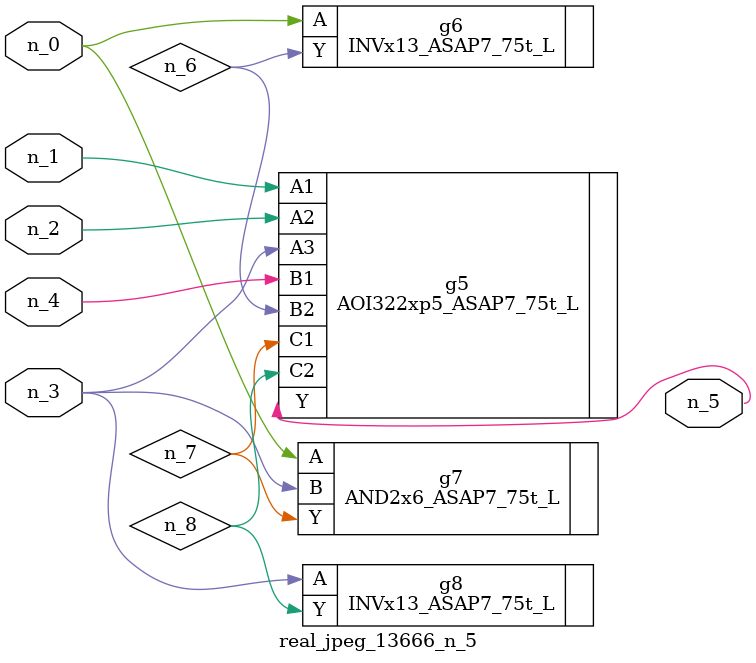
<source format=v>
module real_jpeg_13666_n_5 (n_4, n_0, n_1, n_2, n_3, n_5);

input n_4;
input n_0;
input n_1;
input n_2;
input n_3;

output n_5;

wire n_8;
wire n_6;
wire n_7;

INVx13_ASAP7_75t_L g6 ( 
.A(n_0),
.Y(n_6)
);

AND2x6_ASAP7_75t_L g7 ( 
.A(n_0),
.B(n_3),
.Y(n_7)
);

AOI322xp5_ASAP7_75t_L g5 ( 
.A1(n_1),
.A2(n_2),
.A3(n_3),
.B1(n_4),
.B2(n_6),
.C1(n_7),
.C2(n_8),
.Y(n_5)
);

INVx13_ASAP7_75t_L g8 ( 
.A(n_3),
.Y(n_8)
);


endmodule
</source>
